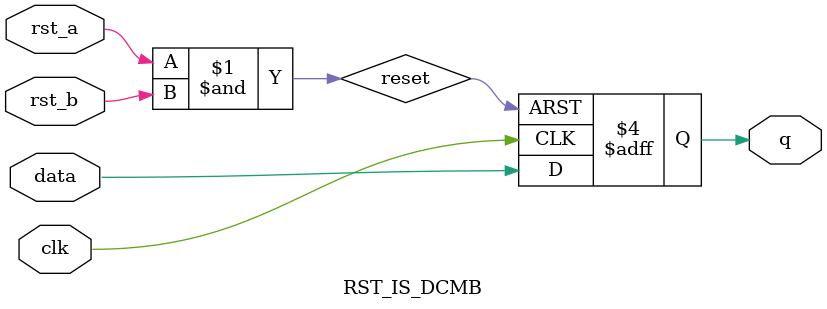
<source format=v>
module RST_IS_DCMB (q, data, clk, rst_a, rst_b);
   output q;
   input data, clk, rst_a, rst_b;
   reg q;
   wire reset;
   assign reset = rst_a & rst_b;
   always @(posedge clk or negedge reset)
   begin
      if (!reset)
      q <= 1'b0;
      else
      q <= data;
   end
endmodule

</source>
